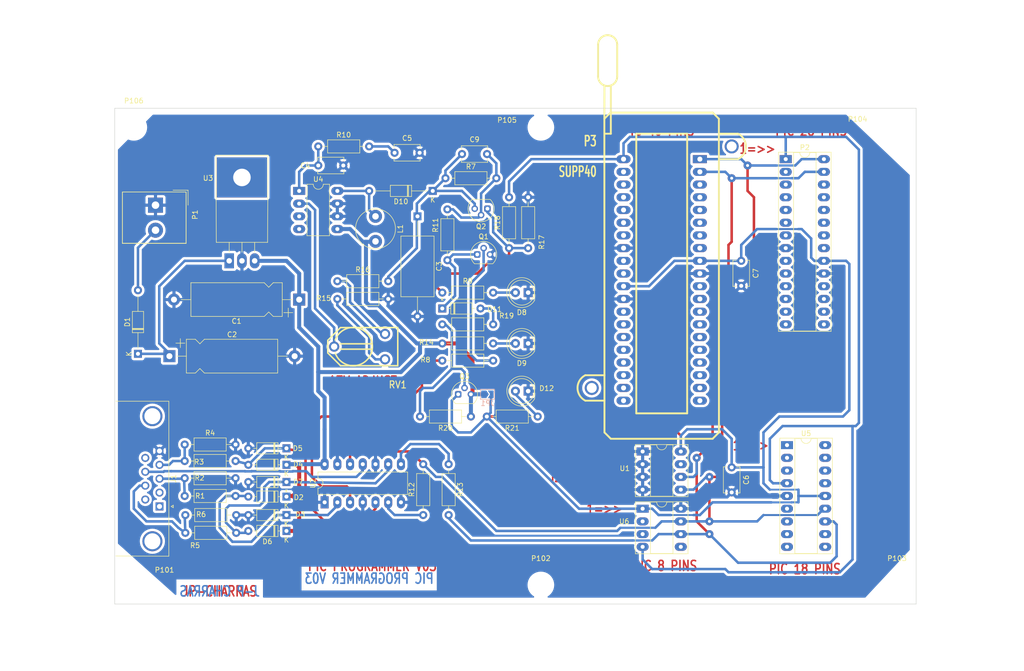
<source format=kicad_pcb>
(kicad_pcb (version 20211014) (generator pcbnew)
  (title_block (title "SERIAL PIC PROGRAMMER") (date "2022-07-16"))
  (layers (0 "F.Cu" signal "top_layer") (31 "B.Cu" signal "bottom_layer") (34 "B.Paste" user) (35 "F.Paste" user) (36 "B.SilkS" user "B.Silkscreen") (37 "F.SilkS" user "F.Silkscreen") (38 "B.Mask" user) (39 "F.Mask" user) (44 "Edge.Cuts" user))
  (net 0 "")
  (net 1 "/PC-CLOCK-OUT")
  (net 2 "GND")
  (net 3 "Net-(C2-Pad1)")
  (net 4 "Net-(C4-Pad1)")
  (net 5 "Net-(C5-Pad1)")
  (net 6 "Net-(C9-Pad2)")
  (net 7 "Net-(D11-Pad1)")
  (net 8 "Net-(D11-Pad2)")
  (net 9 "Net-(Q1-Pad2)")
  (net 10 "Net-(Q3-Pad2)")
  (net 11 "Net-(R12-Pad1)")
  (net 12 "Net-(R13-Pad1)")
  (net 13 "Net-(R15-Pad1)")
  (net 14 "Net-(R16-Pad1)")
  (net 15 "Net-(R8-Pad1)")
  (net 16 "Net-(RV1-Pad2)")
  (net 17 "VCC")
  (net 18 "VPP")
  (net 19 "Net-(D1-Pad2)")
  (net 20 "Net-(D4-Pad2)")
  (net 21 "Net-(D8-Pad2)")
  (net 22 "Net-(D9-Pad2)")
  (net 23 "Net-(D12-Pad2)")
  (net 24 "/pic_sockets/VCC_PIC")
  (net 25 "/CLOCK-RB6")
  (net 26 "/DATA-RB7")
  (net 27 "Net-(D2-Pad2)")
  (net 28 "Net-(D6-Pad2)")
  (net 29 "Net-(D10-Pad2)")
  (net 31 "/PC-DATA-IN")
  (net 32 "/PC-DATA-OUT")
  (net 33 "/VPP_ON")
  (net 34 "Net-(Q2-Pad1)")
  (net 38 "/VPP{slash}MCLR")
  (footprint "Capacitor_THT:CP_Axial_L18.0mm_D6.5mm_P25.00mm_Horizontal" (layer "F.Cu") (at 110.49 78.867 180)
    (fp_text reference "C1")
    (fp_text value "100µF")
  )
  (footprint "Capacitor_THT:CP_Axial_L18.0mm_D6.5mm_P25.00mm_Horizontal" (layer "F.Cu") (at 84.582 90.17)
    (fp_text reference "C2")
    (fp_text value "220uF")
  )
  (footprint "MountingHole:MountingHole_4.3mm_M4" (layer "F.Cu") (at 77.47 135.89)
    (fp_text reference "P101")
    (fp_text value "CONN_1")
  )
  (footprint "MountingHole:MountingHole_4.3mm_M4" (layer "F.Cu") (at 158.75 135.89)
    (fp_text reference "P102")
    (fp_text value "CONN_1")
  )
  (footprint "MountingHole:MountingHole_4.3mm_M4" (layer "F.Cu") (at 229.87 135.89)
    (fp_text reference "P103")
    (fp_text value "CONN_1")
  )
  (footprint "MountingHole:MountingHole_4.3mm_M4" (layer "F.Cu") (at 229.87 44.45)
    (fp_text reference "P104")
    (fp_text value "CONN_1")
  )
  (footprint "MountingHole:MountingHole_4.3mm_M4" (layer "F.Cu") (at 158.75 44.45)
    (fp_text reference "P105")
    (fp_text value "CONN_1")
  )
  (footprint "MountingHole:MountingHole_4.3mm_M4" (layer "F.Cu") (at 77.47 44.45)
    (fp_text reference "P106")
    (fp_text value "CONN_1")
  )
  (footprint "footprints:40tex-Ell600" (layer "F.Cu") (at 175.26 50.8)
    (fp_text reference "P3")
    (fp_text value "SUPP40")
  )
  (footprint "Package_DIP:DIP-8_W7.62mm_Socket_LongPads" (layer "F.Cu") (at 179.07 120.65)
    (fp_text reference "U6")
    (fp_text value "PIC_8_PINS")
  )
  (footprint "Package_DIP:DIP-8_W7.62mm_Socket_LongPads" (layer "F.Cu") (at 179.07 109.22)
    (fp_text reference "U1")
    (fp_text value "24Cxx")
  )
  (footprint "Package_DIP:DIP-8_W7.62mm_LongPads" (layer "F.Cu") (at 110.49 57.15)
    (fp_text reference "U4")
    (fp_text value "LT1373")
  )
  (footprint "Package_DIP:DIP-28_W7.62mm_Socket_LongPads" (layer "F.Cu") (at 207.645 50.8)
    (fp_text reference "P2")
    (fp_text value "SUPP28")
  )
  (footprint "Package_DIP:DIP-18_W7.62mm_Socket_LongPads" (layer "F.Cu") (at 207.899 107.95)
    (fp_text reference "U5")
    (fp_text value "PIC_18_PINS")
  )
  (footprint "Package_DIP:DIP-14_W7.62mm_LongPads" (layer "F.Cu") (at 115.57 119.38 90)
    (fp_text reference "U2")
    (fp_text value "74HC125")
  )
  (footprint "Diode_THT:D_DO-35_SOD27_P7.62mm_Horizontal" (layer "F.Cu") (at 107.95 118.237 180)
    (fp_text reference "D2")
    (fp_text value "BAT43")
  )
  (footprint "Diode_THT:D_DO-35_SOD27_P7.62mm_Horizontal" (layer "F.Cu") (at 107.95 121.92 180)
    (fp_text reference "D3")
    (fp_text value "BAT43")
  )
  (footprint "Diode_THT:D_DO-35_SOD27_P7.62mm_Horizontal" (layer "F.Cu") (at 107.95 111.887 180)
    (fp_text reference "D4")
    (fp_text value "BAT43")
  )
  (footprint "Diode_THT:D_DO-35_SOD27_P7.62mm_Horizontal" (layer "F.Cu") (at 107.95 108.585 180)
    (fp_text reference "D5")
    (fp_text value "BAT43")
  )
  (footprint "Diode_THT:D_DO-35_SOD27_P7.62mm_Horizontal" (layer "F.Cu") (at 139.065 80.645)
    (fp_text reference "D11")
    (fp_text value "BAT43")
  )
  (footprint "Diode_THT:D_DO-35_SOD27_P7.62mm_Horizontal" (layer "F.Cu") (at 107.95 115.316 180)
    (fp_text reference "D7")
    (fp_text value "BAT43")
  )
  (footprint "Diode_THT:D_DO-35_SOD27_P7.62mm_Horizontal" (layer "F.Cu") (at 107.95 125.095 180)
    (fp_text reference "D6")
    (fp_text value "BAT43")
  )
  (footprint "Connector_Dsub:DSUB-9_Female_Horizontal_P2.77x2.84mm_EdgePinOffset7.70mm_Housed_MountingHolesOffset9.12mm" (layer "F.Cu") (at 82.6 120.2 -90)
    (fp_text reference "J1")
    (fp_text value "DB9-FEMAL")
  )
  (footprint "Package_TO_SOT_THT:TO-92" (layer "F.Cu") (at 142.24 97.79)
    (fp_text reference "Q3")
    (fp_text value "BC307")
  )
  (footprint "Package_TO_SOT_THT:TO-92" (layer "F.Cu") (at 148.082 60.706 180)
    (fp_text reference "Q2")
    (fp_text value "BC307")
  )
  (footprint "Package_TO_SOT_THT:TO-92" (layer "F.Cu") (at 146.05 69.85)
    (fp_text reference "Q1")
    (fp_text value "BC237")
  )
  (footprint "Resistor_THT:R_Axial_DIN0207_L6.3mm_D2.5mm_P10.16mm_Horizontal" (layer "F.Cu") (at 152.4 68.58 90)
    (fp_text reference "R18")
    (fp_text value "220")
  )
  (footprint "Resistor_THT:R_Axial_DIN0207_L6.3mm_D2.5mm_P10.16mm_Horizontal" (layer "F.Cu") (at 114.3 48.26)
    (fp_text reference "R10")
    (fp_text value "5,1K")
  )
  (footprint "Resistor_THT:R_Axial_DIN0207_L6.3mm_D2.5mm_P10.16mm_Horizontal" (layer "F.Cu") (at 139.065 77.47)
    (fp_text reference "R9")
    (fp_text value "2.2K")
  )
  (footprint "Resistor_THT:R_Axial_DIN0207_L6.3mm_D2.5mm_P10.16mm_Horizontal" (layer "F.Cu") (at 87.63 118.11)
    (fp_text reference "R1")
    (fp_text value "10K")
  )
  (footprint "Resistor_THT:R_Axial_DIN0207_L6.3mm_D2.5mm_P10.16mm_Horizontal" (layer "F.Cu") (at 87.63 114.554)
    (fp_text reference "R2")
    (fp_text value "10K")
  )
  (footprint "Resistor_THT:R_Axial_DIN0207_L6.3mm_D2.5mm_P10.16mm_Horizontal" (layer "F.Cu") (at 87.63 111.125)
    (fp_text reference "R3")
    (fp_text value "10K")
  )
  (footprint "Resistor_THT:R_Axial_DIN0207_L6.3mm_D2.5mm_P10.16mm_Horizontal" (layer "F.Cu") (at 87.63 107.823)
    (fp_text reference "R4")
    (fp_text value "10K")
  )
  (footprint "Resistor_THT:R_Axial_DIN0207_L6.3mm_D2.5mm_P10.16mm_Horizontal" (layer "F.Cu") (at 87.757 125.476)
    (fp_text reference "R5")
    (fp_text value "10K")
  )
  (footprint "Resistor_THT:R_Axial_DIN0207_L6.3mm_D2.5mm_P10.16mm_Horizontal" (layer "F.Cu") (at 139.7 54.61)
    (fp_text reference "R7")
    (fp_text value "10K")
  )
  (footprint "Resistor_THT:R_Axial_DIN0207_L6.3mm_D2.5mm_P10.16mm_Horizontal" (layer "F.Cu") (at 87.757 121.92)
    (fp_text reference "R6")
    (fp_text value "10K")
  )
  (footprint "Resistor_THT:R_Axial_DIN0207_L6.3mm_D2.5mm_P10.16mm_Horizontal" (layer "F.Cu") (at 158.115 102.235 180)
    (fp_text reference "R21")
    (fp_text value "470")
  )
  (footprint "Resistor_THT:R_Axial_DIN0207_L6.3mm_D2.5mm_P10.16mm_Horizontal" (layer "F.Cu") (at 144.78 102.235 180)
    (fp_text reference "R20")
    (fp_text value "2.2K")
  )
  (footprint "Resistor_THT:R_Axial_DIN0207_L6.3mm_D2.5mm_P10.16mm_Horizontal" (layer "F.Cu") (at 149.225 83.82 180)
    (fp_text reference "R19")
    (fp_text value "2.2K")
  )
  (footprint "Resistor_THT:R_Axial_DIN0207_L6.3mm_D2.5mm_P10.16mm_Horizontal" (layer "F.Cu") (at 156.21 68.58 90)
    (fp_text reference "R17")
    (fp_text value "22K")
  )
  (footprint "Resistor_THT:R_Axial_DIN0207_L6.3mm_D2.5mm_P10.16mm_Horizontal" (layer "F.Cu") (at 118.11 75.184)
    (fp_text reference "R16")
    (fp_text value "62K")
  )
  (footprint "Resistor_THT:R_Axial_DIN0207_L6.3mm_D2.5mm_P10.16mm_Horizontal" (layer "F.Cu") (at 118.11 78.74)
    (fp_text reference "R15")
    (fp_text value "6.2K")
  )
  (footprint "Resistor_THT:R_Axial_DIN0207_L6.3mm_D2.5mm_P10.16mm_Horizontal" (layer "F.Cu") (at 139.065 87.63)
    (fp_text reference "R14")
    (fp_text value "470")
  )
  (footprint "Resistor_THT:R_Axial_DIN0207_L6.3mm_D2.5mm_P10.16mm_Horizontal" (layer "F.Cu") (at 140.335 111.76 -90)
    (fp_text reference "R13")
    (fp_text value "470")
  )
  (footprint "Resistor_THT:R_Axial_DIN0207_L6.3mm_D2.5mm_P10.16mm_Horizontal" (layer "F.Cu") (at 139.065 91.059)
    (fp_text reference "R8")
    (fp_text value "1K")
  )
  (footprint "Resistor_THT:R_Axial_DIN0207_L6.3mm_D2.5mm_P10.16mm_Horizontal" (layer "F.Cu") (at 135.255 121.92 90)
    (fp_text reference "R12")
    (fp_text value "470")
  )
  (footprint "LED_THT:LED_D5.0mm" (layer "F.Cu") (at 156.21 77.47 180)
    (fp_text reference "D8")
    (fp_text value "RED-LED")
  )
  (footprint "LED_THT:LED_D5.0mm" (layer "F.Cu") (at 156.21 87.63 180)
    (fp_text reference "D9")
    (fp_text value "GREEN-LED")
  )
  (footprint "LED_THT:LED_D5.0mm" (layer "F.Cu") (at 156.21 97.155 180)
    (fp_text reference "D12")
    (fp_text value "YELLOW-LED")
  )
  (footprint "Capacitor_THT:C_Disc_D5.1mm_W3.2mm_P5.00mm" (layer "F.Cu") (at 114.3 52.07)
    (fp_text reference "C4")
    (fp_text value "0")
  )
  (footprint "Capacitor_THT:C_Disc_D5.1mm_W3.2mm_P5.00mm" (layer "F.Cu") (at 129.54 49.53)
    (fp_text reference "C5")
    (fp_text value "10nF")
  )
  (footprint "Capacitor_THT:C_Disc_D5.1mm_W3.2mm_P5.00mm" (layer "F.Cu") (at 198.755 71.12 -90)
    (fp_text reference "C7")
    (fp_text value "100nF")
  )
  (footprint "Capacitor_THT:C_Disc_D5.1mm_W3.2mm_P5.00mm" (layer "F.Cu") (at 143.002 49.784)
    (fp_text reference "C9")
    (fp_text value "220nF")
  )
  (footprint "Capacitor_THT:C_Disc_D5.1mm_W3.2mm_P5.00mm" (layer "F.Cu") (at 196.85 112.395 -90)
    (fp_text reference "C6")
    (fp_text value "100nF")
  )
  (footprint "Diode_THT:D_DO-35_SOD27_P12.70mm_Horizontal" (layer "F.Cu") (at 137.16 57.15 180)
    (fp_text reference "D10")
    (fp_text value "SCHOTTKY")
  )
  (footprint "footprints:RV2X4" (layer "F.Cu") (at 127.635 90.805 180)
    (fp_text reference "RV1")
    (fp_text value "1K")
  )
  (footprint "TerminalBlock_Altech:Altech_AK300_1x02_P5.00mm_45-Degree" (layer "F.Cu") (at 81.8 60 -90)
    (fp_text reference "P1")
    (fp_text value "CONN_2")
  )
  (footprint "Package_TO_SOT_THT:TO-220-3_Horizontal_TabDown" (layer "F.Cu") (at 96.52 71.12)
    (fp_text reference "U3")
    (fp_text value "7805")
  )
  (footprint "Resistor_THT:R_Axial_DIN0207_L6.3mm_D2.5mm_P10.16mm_Horizontal" (layer "F.Cu") (at 140.081 70.993 90)
    (fp_text reference "R11")
    (fp_text value "22K")
  )
  (footprint "Capacitors_THT:C_Axial_L12.0mm_D6.5mm_P20.00mm_Horizontal" (layer "F.Cu") (at 134.112 62.23 -90)
    (fp_text reference "C3")
    (fp_text value "22uF/25V")
  )
  (footprint "Inductor_THT:L_Radial_D7.8mm_P5.00mm_Fastron_07HCP" (layer "F.Cu") (at 125.73 62.23 -90)
    (fp_text reference "L1")
    (fp_text value "22uH")
  )
  (footprint "Diode_THT:D_DO-35_SOD27_P12.70mm_Horizontal" (layer "F.Cu") (at 78.3 89.7 90)
    (fp_text reference "D1")
    (fp_text value "1N4004")
  )
  (footprint "Jumper:SolderJumper-2_P1.3mm_Open_TrianglePad1.0x1.5mm" (layer "B.Cu") (at 148.082 97.79)
    (fp_text reference "JP1")
    (fp_text value "JUMPER")
  )
  (gr_line (start 73.66 139.7) (end 73.66 40.64) (layer "Edge.Cuts") (width 0.1))
  (gr_line (start 173.99 40.64) (end 233.68 40.64) (layer "Edge.Cuts") (width 0.1))
  (gr_line (start 73.66 40.64) (end 173.99 40.64) (layer "Edge.Cuts") (width 0.1))
  (gr_line (start 233.68 139.7) (end 73.66 139.7) (layer "Edge.Cuts") (width 0.1))
  (gr_line (start 233.68 40.64) (end 233.68 139.7) (layer "Edge.Cuts") (width 0.1))
  (gr_text "+8/12V" (at 81.5 55.5) (layer "F.Cu") (effects (font (size 2.032 1.524) (thickness 0.3048))))
  (gr_text "VCC ON" (at 162.9 99.1) (layer "F.Cu") (effects (font (size 2.032 1.524) (thickness 0.3048))))
  (gr_text "JP-CHARRAS" (at 94.615 137.16) (layer "F.Cu") (effects (font (size 2.032 1.524) (thickness 0.3048))))
  (gr_text "1=>>" (at 167.64 48.895) (layer "F.Cu") (effects (font (size 2.032 1.524) (thickness 0.3048))))
  (gr_text "PWR ON" (at 163.83 88.9) (layer "F.Cu") (effects (font (size 2.032 1.524) (thickness 0.3048))))
  (gr_text "PIC PROGRAMMER V03" (at 125.095 132.08) (layer "F.Cu") (effects (font (size 2.032 1.524) (thickness 0.3048))))
  (gr_text "1=>>" (at 200.66 107.95) (layer "F.Cu") (effects (font (size 2.032 1.524) (thickness 0.3048))))
  (gr_text "PIC 18 PINS" (at 211.455 132.715) (layer "F.Cu") (effects (font (size 2.032 1.524) (thickness 0.3048))))
  (gr_text "I2C PROM" (at 166.37 114.3) (layer "F.Cu") (effects (font (size 2.032 1.524) (thickness 0.3048))))
  (gr_text "VPP ON" (at 163.195 80.645) (layer "F.Cu") (effects (font (size 2.032 1.524) (thickness 0.3048))))
  (gr_text "1=>>" (at 171.45 109.22) (layer "F.Cu") (effects (font (size 2.032 1.524) (thickness 0.3048))))
  (gr_text "13V ADJUST" (at 123.19 95.25) (layer "F.Cu") (effects (font (size 2.032 1.524) (thickness 0.3048))))
  (gr_text "PIC 8 PINS" (at 183.515 132.08) (layer "F.Cu") (effects (font (size 2.032 1.524) (thickness 0.3048))))
  (gr_text "PIC 28 PINS" (at 212.725 45.085) (layer "F.Cu") (effects (font (size 2.032 1.524) (thickness 0.3048))))
  (gr_text "1=>>" (at 171.45 120.65) (layer "F.Cu") (effects (font (size 2.032 1.524) (thickness 0.3048))))
  (gr_text "PIC 40 PINS" (at 182.245 45.085) (layer "F.Cu") (effects (font (size 2.032 1.524) (thickness 0.3048))))
  (gr_text "1=>>" (at 202 48.7) (layer "F.Cu") (effects (font (size 2.032 1.524) (thickness 0.3048))))
  (gr_text "J-P CHARRAS" (at 94.615 137.16) (layer "B.Cu") (effects (font (size 2.032 1.524) (thickness 0.3048)) (justify mirror)))
  (gr_text "PIC PROGRAMMER V03" (at 124.46 134.62) (layer "B.Cu") (effects (font (size 2.032 1.524) (thickness 0.3048)) (justify mirror)))
  (segment (start 85.09 123.19) (end 86.36 124.46) (width 0.5) (layer "B.Cu") (net 1))
  (segment (start 77.47 117.475) (end 77.47 120.65) (width 0.5) (layer "B.Cu") (net 1))
  (segment (start 78.62863 116.045) (end 77.47 117.20363) (width 0.5) (layer "B.Cu") (net 1))
  (segment (start 86.36 124.46) (end 87.757 125.476) (width 0.5) (layer "B.Cu") (net 1))
  (segment (start 80.01 123.19) (end 85.09 123.19) (width 0.5) (layer "B.Cu") (net 1))
  (segment (start 87.757 125.476) (end 87.63 121.92) (width 0.5) (layer "B.Cu") (net 1))
  (segment (start 79.76 116.045) (end 78.62863 116.045) (width 0.5) (layer "B.Cu") (net 1))
  (segment (start 77.47 120.65) (end 80.01 123.19) (width 0.5) (layer "B.Cu") (net 1))
  (segment (start 77.47 117.20363) (end 77.47 117.475) (width 0.5) (layer "B.Cu") (net 1))
  (segment (start 82.55 76.2) (end 87.63 71.12) (width 0.5) (layer "B.Cu") (net 3))
  (segment (start 84.112 89.7) (end 84.582 90.17) (width 0.5) (layer "B.Cu") (net 3))
  (segment (start 84.455 89.535) (end 82.55 87.63) (width 0.5) (layer "B.Cu") (net 3))
  (segment (start 78.3 89.7) (end 84.112 89.7) (width 0.5) (layer "B.Cu") (net 3))
  (segment (start 87.63 71.12) (end 96.52 71.12) (width 0.5) (layer "B.Cu") (net 3))
  (segment (start 82.55 87.63) (end 82.55 76.2) (width 0.5) (layer "B.Cu") (net 3))
  (segment (start 84.455 90.17) (end 84.455 89.535) (width 0.5) (layer "B.Cu") (net 3))
  (segment (start 114.3 48.26) (end 114.3 52.07) (width 0.5) (layer "B.Cu") (net 4))
  (segment (start 110.49 57.15) (end 110.49 53.34) (width 0.5) (layer "B.Cu") (net 4))
  (segment (start 110.49 53.34) (end 111.76 52.07) (width 0.5) (layer "B.Cu") (net 4))
  (segment (start 111.76 52.07) (end 114.3 52.07) (width 0.5) (layer "B.Cu") (net 4))
  (segment (start 124.46 48.26) (end 128.27 48.26) (width 0.5) (layer "B.Cu") (net 5))
  (segment (start 128.27 48.26) (end 129.54 49.53) (width 0.5) (layer "B.Cu") (net 5))
  (segment (start 149.86 51.642) (end 149.86 54.61) (width 0.5) (layer "B.Cu") (net 6))
  (segment (start 141.21237 60.833) (end 142.855369 62.475999) (width 0.5) (layer "B.Cu") (net 6))
  (segment (start 146.312001 62.475999) (end 146.812 61.976) (width 0.5) (layer "B.Cu") (net 6))
  (segment (start 146.812 57.658) (end 149.86 54.61) (width 0.5) (layer "B.Cu") (net 6))
  (segment (start 148.002 49.784) (end 149.86 51.642) (width 0.5) (layer "B.Cu") (net 6))
  (segment (start 146.812 61.976) (end 146.812 57.658) (width 0.5) (layer "B.Cu") (net 6))
  (segment (start 140.081 60.833) (end 141.21237 60.833) (width 0.5) (layer "B.Cu") (net 6))
  (segment (start 142.855369 62.475999) (end 146.312001 62.475999) (width 0.5) (layer "B.Cu") (net 6))
  (segment (start 141.605 72.517) (end 140.081 70.993) (width 0.5) (layer "B.Cu") (net 7))
  (segment (start 141.605 78.105) (end 141.605 72.517) (width 0.5) (layer "B.Cu") (net 7))
  (segment (start 141.224 69.85) (end 146.05 69.85) (width 0.5) (layer "B.Cu") (net 7))
  (segment (start 140.081 70.993) (end 141.224 69.85) (width 0.5) (layer "B.Cu") (net 7))
  (segment (start 139.065 80.645) (end 141.605 78.105) (width 0.5) (layer "B.Cu") (net 7))
  (segment (start 146.685 80.645) (end 148.59 80.645) (width 0.5) (layer "B.Cu") (net 8))
  (segment (start 148.59 80.645) (end 149.225 81.28) (width 0.5) (layer "B.Cu") (net 8))
  (segment (start 149.225 81.28) (end 149.225 83.82) (width 0.5) (layer "B.Cu") (net 8))
  (segment (start 145.923 91.059) (end 144.78 89.916) (width 0.5) (layer "B.Cu") (net 9))
  (segment (start 147.32 71.12) (end 147.32 68.58) (width 0.5) (layer "B.Cu") (net 9))
  (segment (start 147.32 73.025) (end 147.32 71.12) (width 0.5) (layer "B.Cu") (net 9))
  (segment (start 144.78 89.916) (end 144.78 75.565) (width 0.5) (layer "B.Cu") (net 9))
  (segment (start 144.78 75.565) (end 147.32 73.025) (width 0.5) (layer "B.Cu") (net 9))
  (segment (start 149.225 91.059) (end 145.923 91.059) (width 0.5) (layer "B.Cu") (net 9))
  (segment (start 135.255 96.52) (end 137.16 96.52) (width 0.5) (layer "B.Cu") (net 10))
  (segment (start 135.255 96.52) (end 134.62 97.155) (width 0.5) (layer "B.Cu") (net 10))
  (segment (start 143.51 93.345) (end 143.51 96.52) (width 0.5) (layer "B.Cu") (net 10))
  (segment (start 142.875 92.71) (end 143.51 93.345) (width 0.5) (layer "B.Cu") (net 10))
  (segment (start 134.62 97.155) (end 134.62 102.235) (width 0.5) (layer "B.Cu") (net 10))
  (segment (start 140.97 85.09) (end 139.7 83.82) (width 0.5) (layer "B.Cu") (net 10))
  (segment (start 140.97 85.09) (end 140.97 92.71) (width 0.5) (layer "B.Cu") (net 10))
  (segment (start 137.16 96.52) (end 140.97 92.71) (width 0.5) (layer "B.Cu") (net 10))
  (segment (start 139.7 83.82) (end 139.065 83.82) (width 0.5) (layer "B.Cu") (net 10))
  (segment (start 140.97 92.71) (end 142.875 92.71) (width 0.5) (layer "B.Cu") (net 10))
  (segment (start 128.27 119.38) (end 128.27 120.65) (width 0.5) (layer "B.Cu") (net 11))
  (segment (start 128.27 120.65) (end 129.54 121.92) (width 0.5) (layer "B.Cu") (net 11))
  (segment (start 129.54 121.92) (end 135.255 121.92) (width 0.5) (layer "B.Cu") (net 11))
  (segment (start 130.81 109.6264) (end 132.6896 107.7468) (width 0.5) (layer "B.Cu") (net 12))
  (segment (start 132.6896 107.7468) (end 138.4046 107.7468) (width 0.5) (layer "B.Cu") (net 12))
  (segment (start 138.4046 107.7468) (end 140.335 109.6772) (width 0.5) (layer "B.Cu") (net 12))
  (segment (start 140.335 109.6772) (end 140.335 111.76) (width 0.5) (layer "B.Cu") (net 12))
  (segment (start 130.81 111.76) (end 130.81 109.6264) (width 0.5) (layer "B.Cu") (net 12))
  (segment (start 118.11 80.01) (end 124.46 86.36) (width 0.5) (layer "B.Cu") (net 13))
  (segment (start 124.46 86.36) (end 124.46 89.535) (width 0.5) (layer "B.Cu") (net 13))
  (segment (start 125.73 90.805) (end 127.635 90.805) (width 0.5) (layer "B.Cu") (net 13))
  (segment (start 118.11 78.74) (end 118.11 80.01) (width 0.5) (layer "B.Cu") (net 13))
  (segment (start 124.46 89.535) (end 125.73 90.805) (width 0.5) (layer "B.Cu") (net 13))
  (segment (start 119.634 75.184) (end 120.65 76.2) (width 0.5) (layer "B.Cu") (net 14))
  (segment (start 120.65 79.375) (end 127 85.725) (width 0.5) (layer "B.Cu") (net 14))
  (segment (start 127 85.725) (end 127.635 85.725) (width 0.5) (layer "B.Cu") (net 14))
  (segment (start 118.11 75.184) (end 119.634 75.184) (width 0.5) (layer "B.Cu") (net 14))
  (segment (start 120.65 76.2) (end 120.65 79.375) (width 0.5) (layer "B.Cu") (net 14))
  (segment (start 135.001 96.266) (end 135.001 92.456) (width 0.5) (layer "F.Cu") (net 15))
  (segment (start 120.015 116.205) (end 114.935 116.205) (width 0.5) (layer "F.Cu") (net 15))
  (segment (start 114.935 102.235) (end 129.032 102.235) (width 0.5) (layer "F.Cu") (net 15))
  (segment (start 129.032 102.235) (end 135.001 96.266) (width 0.5) (layer "F.Cu") (net 15))
  (segment (start 136.398 91.059) (end 139.065 91.059) (width 0.5) (layer "F.Cu") (net 15))
  (segment (start 135.001 92.456) (end 136.398 91.059) (width 0.5) (layer "F.Cu") (net 15))
  (segment (start 113.03 104.14) (end 114.935 102.235) (width 0.5) (layer "F.Cu") (net 15))
  (segment (start 113.03 114.3) (end 113.03 104.14) (width 0.5) (layer "F.Cu") (net 15))
  (segment (start 120.65 116.84) (end 120.015 116.205) (width 0.5) (layer "F.Cu") (net 15))
  (segment (start 114.935 116.205) (end 113.03 114.3) (width 0.5) (layer "F.Cu") (net 15))
  (segment (start 120.65 119.38) (end 120.65 116.84) (width 0.5) (layer "F.Cu") (net 15))
  (segment (start 112.395 59.69) (end 113.665 60.96) (width 0.5) (layer "B.Cu") (net 16))
  (segment (start 110.49 59.69) (end 112.395 59.69) (width 0.5) (layer "B.Cu") (net 16))
  (segment (start 113.665 60.96) (end 113.665 80.645) (width 0.5) (layer "B.Cu") (net 16))
  (segment (start 117.475 84.455) (end 117.475 88.265) (width 0.5) (layer "B.Cu") (net 16))
  (segment (start 113.665 80.645) (end 117.475 84.455) (width 0.5) (layer "B.Cu") (net 16))
  (segment (start 110.49 124.155) (end 110.49 119.38) (width 0.8) (layer "F.Cu") (net 17))
  (segment (start 145.1 97.47) (end 144.78 97.79) (width 0.8) (layer "F.Cu") (net 17))
  (segment (start 141.986 87.63) (end 145.1 90.744) (width 0.8) (layer "F.Cu") (net 17))
  (segment (start 109.55 125.095) (end 110.49 124.155) (width 0.8) (layer "F.Cu") (net 17))
  (segment (start 145.1 90.744) (end 145.1 97.47) (width 0.8) (layer "F.Cu") (net 17))
  (segment (start 110.49 119.38) (end 109.22 118.11) (width 0.8) (layer "F.Cu") (net 17))
  (segment (start 107.95 125.095) (end 109.55 125.095) (width 0.8) (layer "F.Cu") (net 17))
  (segment (start 109.22 118.11) (end 107.95 118.11) (width 0.8) (layer "F.Cu") (net 17))
  (segment (start 109.855 111.76) (end 110.49 112.395) (width 0.8) (layer "F.Cu") (net 17))
  (segment (start 110.49 112.395) (end 110.49 116.84) (width 0.8) (layer "F.Cu") (net 17))
  (segment (start 107.95 111.76) (end 109.855 111.76) (width 0.8) (layer "F.Cu") (net 17))
  (segment (start 139.065 87.63) (end 141.986 87.63) (width 0.8) (layer "F.Cu") (net 17))
  (segment (start 110.49 116.84) (end 109.22 118.11) (width 0.8) (layer "F.Cu") (net 17))
  (segment (start 144.78 97.79) (end 144.78 97.917) (width 0.8) (layer "B.Cu") (net 17))
  (segment (start 124.46 80.01) (end 123.825 79.375) (width 0.8) (layer "B.Cu") (net 17))
  (segment (start 134.62 87.63) (end 133.985 87.63) (width 0.8) (layer "B.Cu") (net 17))
  (segment (start 107.95 111.76) (end 115.57 111.76) (width 0.8) (layer "B.Cu") (net 17))
  (segment (start 114.3 88.265) (end 114.3 93.345) (width 0.8) (layer "B.Cu") (net 17))
  (segment (start 110.49 78.74) (end 110.49 73.66) (width 0.8) (layer "B.Cu") (net 17))
  (segment (start 110.49 73.66) (end 107.95 71.12) (width 0.8) (layer "B.Cu") (net 17))
  (segment (start 123.825 67.31) (end 123.19 67.31) (width 0.8) (layer "B.Cu") (net 17))
  (segment (start 130.81 93.345) (end 134.62 89.535) (width 0.8) (layer "B.Cu") (net 17))
  (segment (start 147.447 97.79) (end 144.78 97.79) (width 0.8) (layer "B.Cu") (net 17))
  (segment (start 114.3 93.345) (end 114.3 97.155) (width 0.8) (layer "B.Cu") (net 17))
  (segment (start 115.57 111.76) (end 115.57 104.775) (width 0.8) (layer "B.Cu") (net 17))
  (segment (start 123.825 79.375) (end 123.825 67.31) (width 0.8) (layer "B.Cu") (net 17))
  (segment (start 110.49 84.455) (end 114.3 88.265) (width 0.8) (layer "B.Cu") (net 17))
  (segment (start 125.73 67.31) (end 123.825 67.31) (width 0.8) (layer "B.Cu") (net 17))
  (segment (start 133.985 87.63) (end 126.365 80.01) (width 0.8) (layer "B.Cu") (net 17))
  (segment (start 118.11 64.77) (end 120.65 64.77) (width 0.8) (layer "B.Cu") (net 17))
  (segment (start 115.57 98.425) (end 115.57 104.775) (width 0.8) (layer "B.Cu") (net 17))
  (segment (start 126.365 80.01) (end 124.46 80.01) (width 0.8) (layer "B.Cu") (net 17))
  (segment (start 114.3 97.155) (end 115.57 98.425) (width 0.8) (layer "B.Cu") (net 17))
  (segment (start 114.3 93.345) (end 130.81 93.345) (width 0.8) (layer "B.Cu") (net 17))
  (segment (start 139.065 87.63) (end 134.62 87.63) (width 0.8) (layer "B.Cu") (net 17))
  (segment (start 110.49 78.74) (end 110.49 84.455) (width 0.8) (layer "B.Cu") (net 17))
  (segment (start 123.19 67.31) (end 120.65 64.77) (width 0.8) (layer "B.Cu") (net 17))
  (segment (start 134.62 89.535) (end 134.62 87.63) (width 0.8) (layer "B.Cu") (net 17))
  (segment (start 101.6 71.12) (end 107.95 71.12) (width 0.8) (layer "B.Cu") (net 17))
  (segment (start 144.78 102.235) (end 144.78 97.917) (width 0.8) (layer "B.Cu") (net 17))
  (segment (start 139.7 54.61) (end 139.7 53.086) (width 0.5) (layer "B.Cu") (net 18))
  (segment (start 145.542 59.706) (end 142.986 57.15) (width 0.5) (layer "B.Cu") (net 18))
  (segment (start 137.16 57.15) (end 142.748 57.15) (width 0.5) (layer "B.Cu") (net 18))
  (segment (start 136.525 57.15) (end 137.16 57.15) (width 0.5) (layer "B.Cu") (net 18))
  (segment (start 133.985 68.58) (end 128.27 74.295) (width 0.5) (layer "B.Cu") (net 18))
  (segment (start 142.986 57.15) (end 142.748 57.15) (width 0.5) (layer "B.Cu") (net 18))
  (segment (start 139.7 53.086) (end 143.002 49.784) (width 0.5) (layer "B.Cu") (net 18))
  (segment (start 136.525 57.15) (end 133.985 59.69) (width 0.5) (layer "B.Cu") (net 18))
  (segment (start 133.985 62.23) (end 133.985 68.58) (width 0.5) (layer "B.Cu") (net 18))
  (segment (start 137.16 57.15) (end 139.7 54.61) (width 0.5) (layer "B.Cu") (net 18))
  (segment (start 145.542 60.706) (end 145.542 59.706) (width 0.5) (layer "B.Cu") (net 18))
  (segment (start 133.985 62.23) (end 133.985 59.69) (width 0.5) (layer "B.Cu") (net 18))
  (segment (start 128.27 74.295) (end 128.27 75.184) (width 0.5) (layer "B.Cu") (net 18))
  (segment (start 78.3 68.5) (end 78.3 77) (width 0.5) (layer "B.Cu") (net 19))
  (segment (start 81.8 65) (end 78.3 68.5) (width 0.5) (layer "B.Cu") (net 19))
  (segment (start 111.76 119.38) (end 115.57 123.19) (width 0.5) (layer "F.Cu") (net 20))
  (segment (start 125.73 120.65) (end 125.73 119.38) (width 0.5) (layer "F.Cu") (net 20))
  (segment (start 111.76 109.855) (end 111.76 119.38) (width 0.5) (layer "F.Cu") (net 20))
  (segment (start 115.57 123.19) (end 123.19 123.19) (width 0.5) (layer "F.Cu") (net 20))
  (segment (start 107.95 108.712) (end 111.125 109.22) (width 0.5) (layer "F.Cu") (net 20))
  (segment (start 111.125 109.22) (end 111.76 109.855) (width 0.5) (layer "F.Cu") (net 20))
  (segment (start 123.19 123.19) (end 125.73 120.65) (width 0.5) (layer "F.Cu") (net 20))
  (segment (start 107.95 108.585) (end 103.632 108.585) (width 0.5) (layer "B.Cu") (net 20))
  (segment (start 100.33 111.76) (end 97.79 111.125) (width 0.5) (layer "B.Cu") (net 20))
  (segment (start 103.632 108.585) (end 100.33 111.887) (width 0.5) (layer "B.Cu") (net 20))
  (segment (start 153.67 77.47) (end 149.225 77.47) (width 0.5) (layer "B.Cu") (net 21))
  (segment (start 153.67 87.63) (end 149.225 87.63) (width 0.5) (layer "B.Cu") (net 22))
  (segment (start 153.67 97.155) (end 153.67 97.79) (width 0.5) (layer "B.Cu") (net 23))
  (segment (start 153.67 97.79) (end 158.115 102.235) (width 0.5) (layer "B.Cu") (net 23))
  (segment (start 154.305 104.775) (end 151.765 102.235) (width 0.5) (layer "F.Cu") (net 24))
  (segment (start 151.765 102.235) (end 147.955 102.235) (width 0.5) (layer "F.Cu") (net 24))
  (segment (start 185.42 104.775) (end 186.69 106.045) (width 0.5) (layer "F.Cu") (net 24))
  (segment (start 186.69 109.22) (end 186.69 106.045) (width 0.5) (layer "F.Cu") (net 24))
  (segment (start 170.18 104.775) (end 154.305 104.775) (width 0.5) (layer "F.Cu") (net 24))
  (segment (start 170.18 104.775) (end 185.42 104.775) (width 0.5) (layer "F.Cu") (net 24))
  (segment (start 184.7 121.92) (end 189.23 121.92) (width 0.35) (layer "B.Cu") (net 24))
  (segment (start 204.47 116.84) (end 210.185 116.84) (width 0.35) (layer "B.Cu") (net 24))
  (segment (start 148.717 101.473) (end 147.955 102.235) (width 0.5) (layer "B.Cu") (net 24))
  (segment (start 148.717 99.314) (end 148.717 101.473) (width 0.5) (layer "B.Cu") (net 24))
  (segment (start 206.375 102.235) (end 219.075 102.235) (width 0.5) (layer "B.Cu") (net 24))
  (segment (start 212.725 70.485) (end 213.36 71.12) (width 0.5) (layer "B.Cu") (net 24))
  (segment (start 148.807 99.224) (end 148.717 99.314) (width 0.5) (layer "B.Cu") (net 24))
  (segment (start 212.725 66.675) (end 212.725 70.485) (width 0.5) (layer "B.Cu") (net 24))
  (segment (start 204.724 119.38) (end 193.04 119.38) (width 0.5) (layer "B.Cu") (net 24))
  (segment (start 210.185 118.11) (end 210.185 116.84) (width 0.5) (layer "B.Cu") (net 24))
  (segment (start 220.345 71.755) (end 219.71 71.12) (width 0.5) (layer "B.Cu") (net 24))
  (segment (start 220.345 100.965) (end 220.345 71.755) (width 0.5) (layer "B.Cu") (net 24))
  (segment (start 204.73401 119.39001) (end 204.724 119.38) (width 0.5) (layer "B.Cu") (net 24))
  (segment (start 148.807 97.79) (end 148.807 99.224) (width 0.5) (layer "B.Cu") (net 24))
  (segment (start 179.07 120.65) (end 166.37 120.65) (width 0.5) (layer "B.Cu") (net 24))
  (segment (start 190.5 71.12) (end 198.755 71.12) (width 0.5) (layer "B.Cu") (net 24))
  (segment (start 186.69 106.045) (end 187.96 104.775) (width 0.5) (layer "B.Cu") (net 24))
  (segment (start 196.85 112.395) (end 196.85 106.68) (width 0.5) (layer "B.Cu") (net 24))
  (segment (start 166.37 120.65) (end 147.955 102.235) (width 0.5) (layer "B.Cu") (net 24))
  (segment (start 142.24 105.41) (end 144.78 105.41) (width 0.5) (layer "B.Cu") (net 24))
  (segment (start 193.04 119.38) (end 190.5 121.92) (width 0.5) (layer "B.Cu") (net 24))
  (segment (start 198.755 67.945) (end 201.93 64.77) (width 0.5) (layer "B.Cu") (net 24))
  (segment (start 182.245 121.92) (end 184.7 121.92) (width 0.5) (layer "B.Cu") (net 24))
  (segment (start 213.36 71.12) (end 215.265 71.12) (width 0.5) (layer "B.Cu") (net 24))
  (segment (start 196.85 106.68) (end 194.945 104.775) (width 0.5) (layer "B.Cu") (net 24))
  (segment (start 208.839207 119.38) (end 208.829197 119.39001) (width 0.4) (layer "B.Cu") (net 24))
  (segment (start 140.97 99.06) (end 142.24 97.79) (width 0.5) (layer "B.Cu") (net 24))
  (segment (start 140.97 99.06) (end 140.97 104.14) (width 0.5) (layer "B.Cu") (net 24))
  (segment (start 203.2 105.41) (end 206.375 102.235) (width 0.5) (layer "B.Cu") (net 24))
  (segment (start 203.2 105.41) (end 203.2 112.395) (width 0.5) (layer "B.Cu") (net 24))
  (segment (start 210.185 64.77) (end 210.82 64.77) (width 0.5) (layer "B.Cu") (net 24))
  (segment (start 180.34 76.2) (end 185.42 71.12) (width 0.5) (layer "B.Cu") (net 24))
  (segment (start 219.075 102.235) (end 220.345 100.965) (width 0.5) (layer "B.Cu") (net 24))
  (segment (start 208.829197 119.39001) (end 204.73401 119.39001) (width 0.4) (layer "B.Cu") (net 24))
  (segment (start 203.2 112.395) (end 203.2 115.57) (width 0.5) (layer "B.Cu") (net 24))
  (segment (start 187.96 104.775) (end 194.945 104.775) (width 0.5) (layer "B.Cu") (net 24))
  (segment (start 210.185 119.38) (end 210.185 118.11) (width 0.5) (layer "B.Cu") (net 24))
  (segment (start 140.97 104.14) (end 142.24 105.41) (width 0.5) (layer "B.Cu") (net 24))
  (segment (start 198.755 71.12) (end 198.755 67.945) (width 0.5) (layer "B.Cu") (net 24))
  (segment (start 175.26 76.2) (end 180.34 76.2) (width 0.5) (layer "B.Cu") (net 24))
  (segment (start 210.82 64.77) (end 212.725 66.675) (width 0.5) (layer "B.Cu") (net 24))
  (segment (start 210.185 118.11) (end 215.265 118.11) (width 0.5) (layer "B.Cu") (net 24))
  (segment (start 205.74 64.77) (end 210.185 64.77) (width 0.4) (layer "B.Cu") (net 24))
  (segment (start 190.5 121.92) (end 189.23 121.92) (width 0.5) (layer "B.Cu") (net 24))
  (segment (start 186.69 109.22) (end 186.69 106.045) (width 0.5) (layer "B.Cu") (net 24))
  (segment (start 196.85 112.395) (end 203.2 112.395) (width 0.5) (layer "B.Cu") (net 24))
  (segment (start 210.185 119.38) (end 208.839207 119.38) (width 0.4) (layer "B.Cu") (net 24))
  (segment (start 201.93 64.77) (end 205.74 64.77) (width 0.5) (layer "B.Cu") (net 24))
  (segment (start 144.78 105.41) (end 147.955 102.235) (width 0.5) (layer "B.Cu") (net 24))
  (segment (start 203.2 115.57) (end 204.47 116.84) (width 0.5) (layer "B.Cu") (net 24))
  (segment (start 185.42 71.12) (end 190.5 71.12) (width 0.5) (layer "B.Cu") (net 24))
  (segment (start 179.07 120.65) (end 180.975 120.65) (width 0.5) (layer "B.Cu") (net 24))
  (segment (start 180.975 120.65) (end 182.245 121.92) (width 0.5) (layer "B.Cu") (net 24))
  (segment (start 219.71 71.12) (end 215.265 71.12) (width 0.5) (layer "B.Cu") (net 24))
  (segment (start 189.865 123.19) (end 192.405 125.73) (width 0.5) (layer "F.Cu") (net 25))
  (segment (start 193.04 75.565) (end 196.215 72.39) (width 0.5) (layer "F.Cu") (net 25))
  (segment (start 196.85 67.31) (end 196.85 54.61) (width 0.5) (layer "F.Cu") (net 25))
  (segment (start 196.215 72.39) (end 196.215 67.945) (width 0.5) (layer "F.Cu") (net 25))
  (segment (start 193.04 107.315) (end 189.865 110.49) (width 0.5) (layer "F.Cu") (net 25))
  (segment (start 189.865 110.49) (end 189.865 123.19) (width 0.5) (layer "F.Cu") (net 25))
  (segment (start 196.215 67.945) (end 196.85 67.31) (width 0.5) (layer "F.Cu") (net 25))
  (segment (start 193.04 107.315) (end 193.04 75.565) (width 0.5) (layer "F.Cu") (net 25))
  (via (at 189.865 110.49) (size 1.6) (drill 0.6) (layers "F.Cu" "B.Cu") (net 25))
  (via (at 192.405 125.73) (size 1.6) (drill 0.6) (layers "F.Cu" "B.Cu") (net 25))
  (via (at 196.85 54.61) (size 1.6) (drill 0.6) (layers "F.Cu" "B.Cu") (net 25))
  (segment (start 182.245 125.73) (end 186.69 125.73) (width 0.5) (layer "B.Cu") (net 25))
  (segment (start 195.58 53.34) (end 196.85 54.61) (width 0.5) (layer "B.Cu") (net 25))
  (segment (start 190.5 53.34) (end 195.58 53.34) (width 0.5) (layer "B.Cu") (net 25))
  (segment (start 216.535 131.445) (end 217.805 130.175) (width 0.5) (layer "B.Cu") (net 25))
  (segment (start 211.455 53.34) (end 215.265 53.34) (width 0.5) (layer "B.Cu") (net 25))
  (segment (start 189.23 114.3) (end 186.69 114.3) (width 0.5) (layer "B.Cu") (net 25))
  (segment (start 182.245 125.73) (end 180.975 127) (width 0.5) (layer "B.Cu") (net 25))
  (segment (start 205.74 54.61) (end 208.915 54.61) (width 0.4318) (layer "B.Cu") (net 25))
  (segment (start 211.455 53.34) (end 210.185 54.61) (width 0.5) (layer "B.Cu") (net 25))
  (segment (start 140.335 122.555) (end 144.78 127) (width 0.5) (layer "B.Cu") (net 25))
  (segment (start 210.185 54.61) (end 208.915 54.61) (width 0.5) (layer "B.Cu") (net 25))
  (segment (start 217.805 123.825) (end 217.17 123.19) (width 0.5) (layer "B.Cu") (net 25))
  (segment (start 196.85 54.61) (end 205.74 54.61) (width 0.5) (layer "B.Cu") (net 25))
  (segment (start 140.335 121.92) (end 140.335 122.555) (width 0.5) (layer "B.Cu") (net 25))
  (segment (start 217.17 123.19) (end 215.265 123.19) (width 0.5) (layer "B.Cu") (net 25))
  (segment (start 144.78 127) (end 177.165 127) (width 0.5) (layer "B.Cu") (net 25))
  (segment (start 189.865 110.49) (end 189.865 113.665) (width 0.5) (layer "B.Cu") (net 25))
  (segment (start 217.805 130.175) (end 217.805 123.825) (width 0.5) (layer "B.Cu") (net 25))
  (segment (start 192.405 125.73) (end 198.12 131.445) (width 0.5) (layer "B.Cu") (net 25))
  (segment (start 198.12 131.445) (end 216.535 131.445) (width 0.5) (layer "B.Cu") (net 25))
  (segment (start 186.69 125.73) (end 192.405 125.73) (width 0.5) (layer "B.Cu") (net 25))
  (segment (start 189.865 113.665) (end 189.23 114.3) (width 0.5) (layer "B.Cu") (net 25))
  (segment (start 177.165 127) (end 180.975 127) (width 0.4318) (layer "B.Cu") (net 25))
  (segment (start 201.295 85.09) (end 194.945 91.44) (width 0.5) (layer "F.Cu") (net 26))
  (segment (start 194.945 91.44) (end 194.945 113.665) (width 0.5) (layer "F.Cu") (net 26))
  (segment (start 200.025 57.15) (end 200.025 52.07) (width 0.5) (layer "F.Cu") (net 26))
  (segment (start 201.295 58.42) (end 201.295 85.09) (width 0.5) (layer "F.Cu") (net 26))
  (segment (start 120.65 109.855) (end 121.285 109.22) (width 0.5) (layer "F.Cu") (net 26))
  (segment (start 192.405 114.3) (end 192.405 123.19) (width 0.5) (layer "F.Cu") (net 26))
  (segment (start 120.65 111.76) (end 120.65 109.855) (width 0.5) (layer "F.Cu") (net 26))
  (segment (start 194.945 113.665) (end 194.31 114.3) (width 0.5) (layer "F.Cu") (net 26))
  (segment (start 132.715 109.22) (end 135.255 111.76) (width 0.5) (layer "F.Cu") (net 26))
  (segment (start 194.31 114.3) (end 192.405 114.3) (width 0.5) (layer "F.Cu") (net 26))
  (segment (start 200.025 57.15) (end 201.295 58.42) (width 0.5) (layer "F.Cu") (net 26))
  (segment (start 121.285 109.22) (end 132.715 109.22) (width 0.5) (layer "F.Cu") (net 26))
  (via (at 200.025 52.07) (size 1.6) (drill 0.6) (layers "F.Cu" "B.Cu") (net 26))
  (via (at 192.405 123.19) (size 1.6) (drill 0.6) (layers "F.Cu" "B.Cu") (net 26))
  (via (at 192.405 114.3) (size 1.6) (drill 0.6) (layers "F.Cu" "B.Cu") (net 26))
  (segment (start 215.265 50.8) (end 210.82 50.8) (width 0.5) (layer "B.Cu") (net 26))
  (segment (start 209.55 52.07) (end 210.82 50.8) (width 0.5) (layer "B.Cu") (net 26))
  (segment (start 203.2 121.92) (end 213.995 121.92) (width 0.4) (layer "B.Cu") (net 26))
  (segment (start 201.93 123.19) (end 203.2 121.92) (width 0.5) (layer "B.Cu") (net 26))
  (segment (start 173.99 125.095) (end 174.625 124.46) (width 0.5) (layer "B.Cu") (net 26))
  (segment (start 181.61 124.46) (end 182.88 123.19) (width 0.5) (layer "B.Cu") (net 26))
  (segment (start 135.255 111.76) (end 137.795 114.3) (width 0.5) (layer "B.Cu") (net 26))
  (segment (start 205.74 52.07) (end 209.55 52.07) (width 0.4318) (layer "B.Cu") (net 26))
  (segment (start 200.025 52.07) (end 205.74 52.07) (width 0.5) (layer "B.Cu") (net 26))
  (segment (start 189.23 116.84) (end 186.69 116.84) (width 0.5) (layer "B.Cu") (net 26))
  (segment (start 182.88 123.19) (end 186.69 123.19) (width 0.5) (layer "B.Cu") (net 26))
  (segment (start 192.405 114.3) (end 191.77 114.3) (width 0.5) (layer "B.Cu") (net 26))
  (segment (start 186.69 123.19) (end 192.405 123.19) (width 0.5) (layer "B.Cu") (net 26))
  (segment (start 192.405 123.19) (end 201.93 123.19) (width 0.5) (layer "B.Cu") (net 26))
  (segment (start 198.755 50.8) (end 200.025 52.07) (width 0.5) (layer "B.Cu") (net 26))
  (segment (start 190.5 50.8) (end 198.755 50.8) (width 0.5) (layer "B.Cu") (net 26))
  (segment (start 139.065 114.3) (end 149.86 125.095) (width 0.5) (layer "B.Cu") (net 26))
  (segment (start 149.86 125.095) (end 173.99 125.095) (width 0.5) (layer "B.Cu") (net 26))
  (segment (start 174.625 124.46) (end 181.61 124.46) (width 0.4318) (layer "B.Cu") (net 26))
  (segment (start 213.995 121.92) (end 215.265 120.65) (width 0.5) (layer "B.Cu") (net 26))
  (segment (start 191.77 114.3) (end 189.23 116.84) (width 0.5) (layer "B.Cu") (net 26))
  (segment (start 137.795 114.3) (end 139.065 114.3) (width 0.5) (layer "B.Cu") (net 26))
  (segment (start 106.045 121.92) (end 107.95 121.92) (width 0.5) (layer "B.Cu") (net 27))
  (segment (start 95.885 118.11) (end 94.615 119.38) (width 0.5) (layer "B.Cu") (net 27))
  (segment (start 97.79 118.11) (end 95.885 118.11) (width 0.5) (layer "B.Cu") (net 27))
  (segment (start 107.95 121.92) (end 116.205 121.92) (width 0.5) (layer "B.Cu") (net 27))
  (segment (start 97.155 127.254) (end 100.965 127.254) (width 0.5) (layer "B.Cu") (net 27))
  (segment (start 118.11 120.015) (end 118.11 119.38) (width 0.5) (layer "B.Cu") (net 27))
  (segment (start 94.615 124.46) (end 97.155 127.254) (width 0.5) (layer "B.Cu") (net 27))
  (segment (start 94.615 119.38) (end 94.615 124.46) (width 0.5) (layer "B.Cu") (net 27))
  (segment (start 116.205 121.92) (end 118.11 120.015) (width 0.5) (layer "B.Cu") (net 27))
  (segment (start 100.33 118.11) (end 97.79 118.11) (width 0.5) (layer "B.Cu") (net 27))
  (segment (start 100.965 127.254) (end 106.045 121.92) (width 0.5) (layer "B.Cu") (net 27))
  (segment (start 99.949 125.476) (end 100.33 125.095) (width 0.5) (layer "B.Cu") (net 28))
  (segment (start 95.885 123.444) (end 97.917 125.476) (width 0.5) (layer "B.Cu") (net 28))
  (segment (start 102.616 120.015) (end 103.505 119.126) (width 0.5) (layer "B.Cu") (net 28))
  (segment (start 97.917 125.476) (end 99.949 125.476) (width 0.5) (layer "B.Cu") (net 28))
  (segment (start 128.27 111.76) (end 128.27 113.03) (width 0.5) (layer "B.Cu") (net 28))
  (segment (start 96.52 120.015) (end 102.616 120.015) (width 0.5) (layer "B.Cu") (net 28))
  (segment (start 95.885 122.555) (end 95.885 123.444) (width 0.5) (layer "B.Cu") (net 28))
  (segment (start 103.505 116.332) (end 104.521 115.316) (width 0.5) (layer "B.Cu") (net 28))
  (segment (start 128.27 113.03) (end 125.73 115.57) (width 0.5) (layer "B.Cu") (net 28))
  (segment (start 104.521 115.316) (end 107.95 115.316) (width 0.5) (layer "B.Cu") (net 28))
  (segment (start 107.95 115.316) (end 125.73 115.57) (width 0.5) (layer "B.Cu") (net 28))
  (segment (start 95.885 120.65) (end 96.52 120.015) (width 0.5) (layer "B.Cu") (net 28))
  (segment (start 103.505 119.126) (end 103.505 116.332) (width 0.5) (layer "B.Cu") (net 28))
  (segment (start 95.885 122.555) (end 95.885 120.65) (width 0.5) (layer "B.Cu") (net 28))
  (segment (start 118.11 57.15) (end 124.46 57.15) (width 0.5) (layer "B.Cu") (net 29))
  (segment (start 124.46 60.96) (end 125.73 62.23) (width 0.5) (layer "B.Cu") (net 29))
  (segment (start 124.46 57.15) (end 124.46 60.96) (width 0.5) (layer "B.Cu") (net 29))
  (segment (start 123.19 113.03) (end 123.19 111.76) (width 0.5) (layer "B.Cu") (net 31))
  (segment (start 121.92 114.3) (end 123.19 113.03) (width 0.5) (layer "B.Cu") (net 31))
  (segment (start 84.963 113.157) (end 99.675998 113.157) (width 0.5) (layer "B.Cu") (net 31))
  (segment (start 106.665998 113.157) (end 106.725999 113.217001) (width 0.5) (layer "B.Cu") (net 31))
  (segment (start 106.725999 113.217001) (end 109.174001 113.217001) (width 0.5) (layer "B.Cu") (net 31))
  (segment (start 113.03 114.3) (end 121.92 114.3) (width 0.5) (layer "B.Cu") (net 31))
  (segment (start 100.984002 113.157) (end 106.665998 113.157) (width 0.5) (layer "B.Cu") (net 31))
  (segment (start 83.543 113.157) (end 83.425 113.275) (width 0.5) (layer "B.Cu") (net 31))
  (segment (start 84.963 113.157) (end 83.543 113.157) (width 0.5) (layer "B.Cu") (net 31))
  (segment (start 109.174001 113.217001) (end 109.234002 113.157) (width 0.5) (layer "B.Cu") (net 31))
  (segment (start 109.234002 113.157) (end 111.887 113.157) (width 0.5) (layer "B.Cu") (net 31))
  (segment (start 100.954001 113.187001) (end 100.984002 113.157) (width 0.5) (layer "B.Cu") (net 31))
  (segment (start 99.705999 113.187001) (end 100.954001 113.187001) (width 0.5) (layer "B.Cu") (net 31))
  (segment (start 99.675998 113.157) (end 99.705999 113.187001) (width 0.5) (layer "B.Cu") (net 31))
  (segment (start 111.887 113.157) (end 113.03 114.3) (width 0.5) (layer "B.Cu") (net 31))
  (segment (start 83.425 113.275) (end 79.76 113.275) (width 0.5) (layer "B.Cu") (net 31))
  (segment (start 84.51237 111.89) (end 82.6 111.89) (width 0.5) (layer "B.Cu") (net 32))
  (segment (start 85.27737 111.125) (end 84.51237 111.89) (width 0.5) (layer "B.Cu") (net 32))
  (segment (start 87.63 111.125) (end 85.27737 111.125) (width 0.5) (layer "B.Cu") (net 32))
  (segment (start 87.63 111.125) (end 87.63 107.823) (width 0.5) (layer "B.Cu") (net 32))
  (segment (start 82.6 114.66) (end 87.524 114.66) (width 0.5) (layer "B.Cu") (net 33))
  (segment (start 87.524 114.66) (end 87.63 114.554) (width 0.5) (layer "B.Cu") (net 33))
  (segment (start 87.63 118.11) (end 87.503 114.554) (width 0.5) (layer "B.Cu") (net 33))
  (segment (start 150.495 71.755) (end 152.4 69.85) (width 0.5) (layer "F.Cu") (net 34))
  (segment (start 139.065 73.66) (end 146.05 73.66) (width 0.5) (layer "F.Cu") (net 34))
  (segment (start 137.795 74.93) (end 137.795 76.2) (width 0.5) (layer "F.Cu") (net 34))
  (segment (start 146.05 73.66) (end 147.955 71.755) (width 0.5) (layer "F.Cu") (net 34))
  (segment (start 147.955 71.755) (end 150.495 71.755) (width 0.5) (layer "F.Cu") (net 34))
  (segment (start 137.795 74.93) (end 139.065 73.66) (width 0.5) (layer "F.Cu") (net 34))
  (segment (start 152.4 68.58) (end 152.4 69.85) (width 0.5) (layer "F.Cu") (net 34))
  (segment (start 137.795 76.2) (end 139.065 77.47) (width 0.5) (layer "F.Cu") (net 34))
  (segment (start 152.4 68.58) (end 156.21 68.58) (width 0.5) (layer "B.Cu") (net 34))
  (segment (start 149.225 62.556106) (end 149.225 65.405) (width 0.5) (layer "B.Cu") (net 34))
  (segment (start 148.082 61.413106) (end 149.225 62.556106) (width 0.5) (layer "B.Cu") (net 34))
  (segment (start 149.225 65.405) (end 152.4 68.58) (width 0.5) (layer "B.Cu") (net 34))
  (segment (start 148.082 60.706) (end 148.082 61.413106) (width 0.5) (layer "B.Cu") (net 34))
  (segment (start 195.58 132.715) (end 196.215 133.35) (width 0.5) (layer "B.Cu") (net 38))
  (segment (start 175.26 50.8) (end 175.26 47.625) (width 0.5) (layer "B.Cu") (net 38))
  (segment (start 207.645 115.57) (end 205.105 115.57) (width 0.5) (layer "B.Cu") (net 38))
  (segment (start 156.845 50.8) (end 175.26 50.8) (width 0.5) (layer "B.Cu") (net 38))
  (segment (start 196.215 133.35) (end 218.44 133.35) (width 0.5) (layer "B.Cu") (net 38))
  (segment (start 207.645 50.8) (end 207.645 46.355) (width 0.5) (layer "B.Cu") (net 38))
  (segment (start 220.98 130.81) (end 220.98 104.14) (width 0.5) (layer "B.Cu") (net 38))
  (segment (start 219.71 46.355) (end 207.645 46.355) (width 0.5) (layer "B.Cu") (net 38))
  (segment (start 207.645 46.355) (end 176.53 46.355) (width 0.5) (layer "B.Cu") (net 38))
  (segment (start 175.26 47.625) (end 176.53 46.355) (width 0.5) (layer "B.Cu") (net 38))
  (segment (start 205.105 115.57) (end 204.47 114.935) (width 0.5) (layer "B.Cu") (net 38))
  (segment (start 204.47 106.68) (end 207.01 104.14) (width 0.5) (layer "B.Cu") (net 38))
  (segment (start 204.47 114.935) (end 204.47 106.68) (width 0.5) (layer "B.Cu") (net 38))
  (segment (start 221.615 104.14) (end 220.98 104.14) (width 0.5) (layer "B.Cu") (net 38))
  (segment (start 221.615 104.14) (end 222.25 103.505) (width 0.5) (layer "B.Cu") (net 38))
  (segment (start 195.58 132.715) (end 180.975 132.715) (width 0.5) (layer "B.Cu") (net 38))
  (segment (start 222.25 48.895) (end 219.71 46.355) (width 0.5) (layer "B.Cu") (net 38))
  (segment (start 179.07 130.81) (end 179.07 128.27) (width 0.5) (layer "B.Cu") (net 38))
  (segment (start 222.25 48.895) (end 222.25 103.505) (width 0.5) (layer "B.Cu") (net 38))
  (segment (start 179.07 130.81) (end 180.975 132.715) (width 0.5) (layer "B.Cu") (net 38))
  (segment (start 156.845 50.8) (end 152.4 55.245) (width 0.5) (layer "B.Cu") (net 38))
  (segment (start 207.01 104.14) (end 220.98 104.14) (width 0.5) (layer "B.Cu") (net 38))
  (segment (start 152.4 55.245) (end 152.4 58.42) (width 0.5) (layer "B.Cu") (net 38))
  (segment (start 218.44 133.35) (end 220.98 130.81) (width 0.5) (layer "B.Cu") (net 38))
  (zone (net 2) (net_name "GND") (layer "B.Cu") (connect_pads (clearance 0.508)) (min_thickness 0.3) (fill yes (thermal_gap 0.508) (thermal_bridge_width 0.635))
    (polygon (pts (xy 223.52 138.43) (xy 232.41 128.905) (xy 232.41 53.975) (xy 219.71 41.91) (xy 81.28 41.91) (xy 74.295 48.895) (xy 74.295 127.635) (xy 86.36 138.43)))
  )
)
</source>
